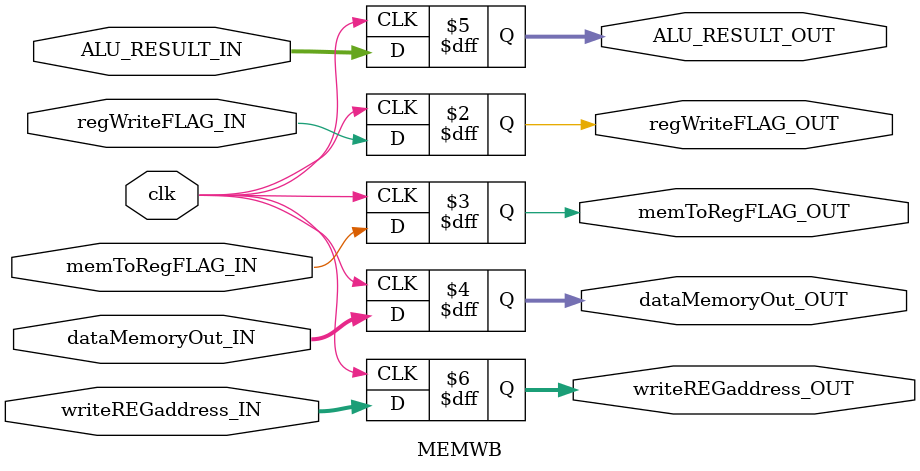
<source format=v>
module IFID (
  Instruction_OUT,
  PC_OUT,
  Instruction_IN,
  PC_IN,
  clk
);

  output reg [31:0] Instruction_OUT,PC_OUT;
  input [31:0] Instruction_IN,PC_IN;
  input clk;
  always @(posedge clk) begin
    Instruction_OUT <= Instruction_IN;
    PC_OUT <= PC_IN;
  end
endmodule

module EXMEM (
  regWriteFLAG_IN,
  memToRegFLAG_IN,
  branchFLAG_IN,
  memReadFLAG_IN,
  memWriteFLAG_IN,
  PC_ADDR_IN,
  zeroFLAG_IN,
  ALU_RESULT_IN,
  READ_DATA_2_IN,
  writeREGaddress_IN,

  regWriteFLAG_OUT,
  memToRegFLAG_OUT,
  branchFLAG_OUT,
  memReadFLAG_OUT,
  memWriteFLAG_OUT,
  PC_ADDR_OUT,
  zeroFLAG_OUT,
  ALU_RESULT_OUT,
  READ_DATA_2_OUT,
  writeREGaddress_OUT,
  clk
);

  input [31:0] PC_ADDR_IN,ALU_RESULT_IN,READ_DATA_2_IN;
  input regWriteFLAG_IN,memToRegFLAG_IN,branchFLAG_IN,memWriteFLAG_IN,zeroFLAG_IN;
  input [1:0] memReadFLAG_IN;
  input [4:0] writeREGaddress_IN;
  input clk;

  output [31:0] PC_ADDR_OUT,ALU_RESULT_OUT,READ_DATA_2_OUT;
  output regWriteFLAG_OUT,memToRegFLAG_OUT,branchFLAG_OUT,memWriteFLAG_OUT,zeroFLAG_OUT;
  output [1:0] memReadFLAG_OUT;
  output [4:0] writeREGaddress_OUT;


  always @(posedge clk) begin
    regWriteFLAG_OUT <= regWriteFLAG_IN;
    memToRegFLAG_OUT <= memToRegFLAG_IN;
    branchFLAG_OUT <= branchFLAG_IN;
    memReadFLAG_OUT <= memReadFLAG_IN;
    memWriteFLAG_OUT <= memWriteFLAG_IN;
    PC_ADDR_OUT <= PC_ADDR_IN;
    zeroFLAG_OUT <= zeroFLAG_IN;
    ALU_RESULT_OUT <= ALU_RESULT_IN;
    READ_DATA_2_OUT <= READ_DATA_2_IN;
    writeREGaddress_OUT <= writeREGaddress_IN;
  end
endmodule


module MEMWB(
  regWriteFLAG_IN,
  memToRegFLAG_IN,
  dataMemoryOut_IN,
  ALU_RESULT_IN,
  writeREGaddress_IN,

  regWriteFLAG_OUT,
  memToRegFLAG_OUT,
  dataMemoryOut_OUT,
  ALU_RESULT_OUT,
  writeREGaddress_OUT,
  clk
);

  input regWriteFLAG_IN,memToRegFLAG_IN;
  input [31:0]dataMemoryOut_IN,ALU_RESULT_IN;
  input [4:0] writeREGaddress_IN;

  output reg  regWriteFLAG_OUT,memToRegFLAG_OUT;
  output reg [31:0]dataMemoryOut_OUT,ALU_RESULT_OUT;
  output reg [4:0] writeREGaddress_OUT;

  input clk;


  always @(posedge clk) begin
    regWriteFLAG_OUT <= regWriteFLAG_IN;
    memToRegFLAG_OUT <= memToRegFLAG_IN;
    dataMemoryOut_OUT <= dataMemoryOut_IN;
    ALU_RESULT_OUT <= ALU_RESULT_IN;
    writeREGaddress_OUT <= writeREGaddress_IN;
  end
endmodule
</source>
